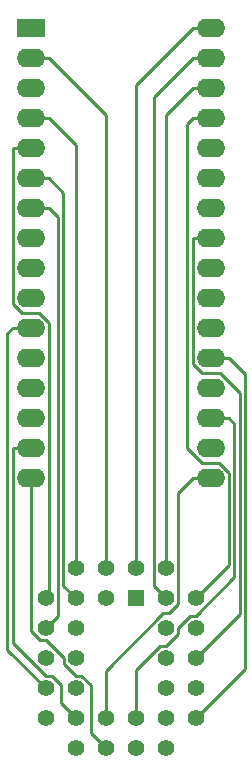
<source format=gbr>
%TF.GenerationSoftware,KiCad,Pcbnew,(6.0.9)*%
%TF.CreationDate,2023-07-20T16:52:18+02:00*%
%TF.ProjectId,plcc32-adapter-board,706c6363-3332-42d6-9164-61707465722d,rev?*%
%TF.SameCoordinates,Original*%
%TF.FileFunction,Copper,L1,Top*%
%TF.FilePolarity,Positive*%
%FSLAX46Y46*%
G04 Gerber Fmt 4.6, Leading zero omitted, Abs format (unit mm)*
G04 Created by KiCad (PCBNEW (6.0.9)) date 2023-07-20 16:52:18*
%MOMM*%
%LPD*%
G01*
G04 APERTURE LIST*
%TA.AperFunction,ComponentPad*%
%ADD10R,1.422400X1.422400*%
%TD*%
%TA.AperFunction,ComponentPad*%
%ADD11C,1.422400*%
%TD*%
%TA.AperFunction,ComponentPad*%
%ADD12R,2.400000X1.600000*%
%TD*%
%TA.AperFunction,ComponentPad*%
%ADD13O,2.400000X1.600000*%
%TD*%
%TA.AperFunction,Conductor*%
%ADD14C,0.250000*%
%TD*%
G04 APERTURE END LIST*
D10*
%TO.P,J2,1,Pin_1*%
%TO.N,P1*%
X34295000Y-68580000D03*
D11*
%TO.P,J2,2,Pin_2*%
%TO.N,P2*%
X31755000Y-66040000D03*
%TO.P,J2,3,Pin_3*%
%TO.N,P3*%
X31755000Y-68580000D03*
%TO.P,J2,4,Pin_4*%
%TO.N,P4*%
X29215000Y-66040000D03*
%TO.P,J2,5,Pin_5*%
%TO.N,P5*%
X26675000Y-68580000D03*
%TO.P,J2,6,Pin_6*%
%TO.N,P6*%
X29215000Y-68580000D03*
%TO.P,J2,7,Pin_7*%
%TO.N,P7*%
X26675000Y-71120000D03*
%TO.P,J2,8,Pin_8*%
%TO.N,P8*%
X29215000Y-71120000D03*
%TO.P,J2,9,Pin_9*%
%TO.N,P9*%
X26675000Y-73660000D03*
%TO.P,J2,10,Pin_10*%
%TO.N,P10*%
X29215000Y-73660000D03*
%TO.P,J2,11,Pin_11*%
%TO.N,P11*%
X26675000Y-76200000D03*
%TO.P,J2,12,Pin_12*%
%TO.N,P12*%
X29215000Y-76200000D03*
%TO.P,J2,13,Pin_13*%
%TO.N,P13*%
X26675000Y-78740000D03*
%TO.P,J2,14,Pin_14*%
%TO.N,P14*%
X29215000Y-81280000D03*
%TO.P,J2,15,Pin_15*%
%TO.N,P15*%
X29215000Y-78740000D03*
%TO.P,J2,16,Pin_16*%
%TO.N,P16*%
X31755000Y-81280000D03*
%TO.P,J2,17,Pin_17*%
%TO.N,P17*%
X31755000Y-78740000D03*
%TO.P,J2,18,Pin_18*%
%TO.N,P18*%
X34295000Y-81280000D03*
%TO.P,J2,19,Pin_19*%
%TO.N,P19*%
X34295000Y-78740000D03*
%TO.P,J2,20,Pin_20*%
%TO.N,P20*%
X36835000Y-81280000D03*
%TO.P,J2,21,Pin_21*%
%TO.N,P21*%
X39375000Y-78740000D03*
%TO.P,J2,22,Pin_22*%
%TO.N,P22*%
X36835000Y-78740000D03*
%TO.P,J2,23,Pin_23*%
%TO.N,P23*%
X39375000Y-76200000D03*
%TO.P,J2,24,Pin_24*%
%TO.N,P24*%
X36835000Y-76200000D03*
%TO.P,J2,25,Pin_25*%
%TO.N,P25*%
X39375000Y-73660000D03*
%TO.P,J2,26,Pin_26*%
%TO.N,P26*%
X36835000Y-73660000D03*
%TO.P,J2,27,Pin_27*%
%TO.N,P27*%
X39375000Y-71120000D03*
%TO.P,J2,28,Pin_28*%
%TO.N,P28*%
X36835000Y-71120000D03*
%TO.P,J2,29,Pin_29*%
%TO.N,P29*%
X39375000Y-68580000D03*
%TO.P,J2,30,Pin_30*%
%TO.N,P30*%
X36835000Y-66040000D03*
%TO.P,J2,31,Pin_31*%
%TO.N,P31*%
X36835000Y-68580000D03*
%TO.P,J2,32,Pin_32*%
%TO.N,P32*%
X34295000Y-66040000D03*
%TD*%
D12*
%TO.P,J1,1,Pin_1*%
%TO.N,P1*%
X25400000Y-20320000D03*
D13*
%TO.P,J1,2,Pin_2*%
%TO.N,P2*%
X25400000Y-22860000D03*
%TO.P,J1,3,Pin_3*%
%TO.N,P3*%
X25400000Y-25400000D03*
%TO.P,J1,4,Pin_4*%
%TO.N,P4*%
X25400000Y-27940000D03*
%TO.P,J1,5,Pin_5*%
%TO.N,P5*%
X25400000Y-30480000D03*
%TO.P,J1,6,Pin_6*%
%TO.N,P6*%
X25400000Y-33020000D03*
%TO.P,J1,7,Pin_7*%
%TO.N,P7*%
X25400000Y-35560000D03*
%TO.P,J1,8,Pin_8*%
%TO.N,P8*%
X25400000Y-38100000D03*
%TO.P,J1,9,Pin_9*%
%TO.N,P9*%
X25400000Y-40640000D03*
%TO.P,J1,10,Pin_10*%
%TO.N,P10*%
X25400000Y-43180000D03*
%TO.P,J1,11,Pin_11*%
%TO.N,P11*%
X25400000Y-45720000D03*
%TO.P,J1,12,Pin_12*%
%TO.N,P12*%
X25400000Y-48260000D03*
%TO.P,J1,13,Pin_13*%
%TO.N,P13*%
X25400000Y-50800000D03*
%TO.P,J1,14,Pin_14*%
%TO.N,P14*%
X25400000Y-53340000D03*
%TO.P,J1,15,Pin_15*%
%TO.N,P15*%
X25400000Y-55880000D03*
%TO.P,J1,16,Pin_16*%
%TO.N,P16*%
X25400000Y-58420000D03*
%TO.P,J1,17,Pin_17*%
%TO.N,P17*%
X40640000Y-58420000D03*
%TO.P,J1,18,Pin_18*%
%TO.N,P18*%
X40640000Y-55880000D03*
%TO.P,J1,19,Pin_19*%
%TO.N,P19*%
X40640000Y-53340000D03*
%TO.P,J1,20,Pin_20*%
%TO.N,P20*%
X40640000Y-50800000D03*
%TO.P,J1,21,Pin_21*%
%TO.N,P21*%
X40640000Y-48260000D03*
%TO.P,J1,22,Pin_22*%
%TO.N,P22*%
X40640000Y-45720000D03*
%TO.P,J1,23,Pin_23*%
%TO.N,P23*%
X40640000Y-43180000D03*
%TO.P,J1,24,Pin_24*%
%TO.N,P24*%
X40640000Y-40640000D03*
%TO.P,J1,25,Pin_25*%
%TO.N,P25*%
X40640000Y-38100000D03*
%TO.P,J1,26,Pin_26*%
%TO.N,P26*%
X40640000Y-35560000D03*
%TO.P,J1,27,Pin_27*%
%TO.N,P27*%
X40640000Y-33020000D03*
%TO.P,J1,28,Pin_28*%
%TO.N,P28*%
X40640000Y-30480000D03*
%TO.P,J1,29,Pin_29*%
%TO.N,P29*%
X40640000Y-27940000D03*
%TO.P,J1,30,Pin_30*%
%TO.N,P30*%
X40640000Y-25400000D03*
%TO.P,J1,31,Pin_31*%
%TO.N,P31*%
X40640000Y-22860000D03*
%TO.P,J1,32,Pin_32*%
%TO.N,P32*%
X40640000Y-20320000D03*
%TD*%
D14*
%TO.N,P32*%
X40640000Y-20320000D02*
X39114700Y-20320000D01*
X34295000Y-25139700D02*
X34295000Y-66040000D01*
X39114700Y-20320000D02*
X34295000Y-25139700D01*
%TO.N,P31*%
X35793200Y-67538200D02*
X36835000Y-68580000D01*
X35793200Y-26181500D02*
X35793200Y-67538200D01*
X39114700Y-22860000D02*
X35793200Y-26181500D01*
X40640000Y-22860000D02*
X39114700Y-22860000D01*
%TO.N,P30*%
X36835000Y-27679700D02*
X36835000Y-66040000D01*
X39114700Y-25400000D02*
X36835000Y-27679700D01*
X40640000Y-25400000D02*
X39114700Y-25400000D01*
%TO.N,P29*%
X42170400Y-65784600D02*
X39375000Y-68580000D01*
X42170400Y-57949500D02*
X42170400Y-65784600D01*
X41370900Y-57150000D02*
X42170400Y-57949500D01*
X39911100Y-57150000D02*
X41370900Y-57150000D01*
X38639400Y-55878300D02*
X39911100Y-57150000D01*
X38639400Y-28415300D02*
X38639400Y-55878300D01*
X39114700Y-27940000D02*
X38639400Y-28415300D01*
X40640000Y-27940000D02*
X39114700Y-27940000D01*
%TO.N,P25*%
X43075000Y-69960000D02*
X39375000Y-73660000D01*
X43075000Y-51223000D02*
X43075000Y-69960000D01*
X41382000Y-49530000D02*
X43075000Y-51223000D01*
X39886300Y-49530000D02*
X41382000Y-49530000D01*
X39114700Y-48758400D02*
X39886300Y-49530000D01*
X39114700Y-38100000D02*
X39114700Y-48758400D01*
X40640000Y-38100000D02*
X39114700Y-38100000D01*
%TO.N,P21*%
X40640000Y-48260000D02*
X42165300Y-48260000D01*
X43536600Y-49631300D02*
X42165300Y-48260000D01*
X43536600Y-74578400D02*
X43536600Y-49631300D01*
X39375000Y-78740000D02*
X43536600Y-74578400D01*
%TO.N,P19*%
X34295000Y-74679800D02*
X34295000Y-78740000D01*
X36351400Y-72623400D02*
X34295000Y-74679800D01*
X36852100Y-72623400D02*
X36351400Y-72623400D01*
X37871600Y-71603900D02*
X36852100Y-72623400D01*
X37871600Y-71093300D02*
X37871600Y-71603900D01*
X38881500Y-70083400D02*
X37871600Y-71093300D01*
X39347500Y-70083400D02*
X38881500Y-70083400D01*
X42624600Y-66806300D02*
X39347500Y-70083400D01*
X42624600Y-53799300D02*
X42624600Y-66806300D01*
X42165300Y-53340000D02*
X42624600Y-53799300D01*
X40640000Y-53340000D02*
X42165300Y-53340000D01*
%TO.N,P17*%
X31755000Y-74719100D02*
X31755000Y-78740000D01*
X36624100Y-69850000D02*
X31755000Y-74719100D01*
X37085500Y-69850000D02*
X36624100Y-69850000D01*
X37871600Y-69063900D02*
X37085500Y-69850000D01*
X37871600Y-59663100D02*
X37871600Y-69063900D01*
X39114700Y-58420000D02*
X37871600Y-59663100D01*
X40640000Y-58420000D02*
X39114700Y-58420000D01*
%TO.N,P16*%
X25400000Y-71340200D02*
X25400000Y-58420000D01*
X26216400Y-72156600D02*
X25400000Y-71340200D01*
X26680200Y-72156600D02*
X26216400Y-72156600D01*
X28178500Y-73654900D02*
X26680200Y-72156600D01*
X28178500Y-74143900D02*
X28178500Y-73654900D01*
X29198000Y-75163400D02*
X28178500Y-74143900D01*
X29680700Y-75163400D02*
X29198000Y-75163400D01*
X30485000Y-75967700D02*
X29680700Y-75163400D01*
X30485000Y-80010000D02*
X30485000Y-75967700D01*
X31755000Y-81280000D02*
X30485000Y-80010000D01*
%TO.N,P15*%
X25400000Y-55880000D02*
X23874700Y-55880000D01*
X23874700Y-72335500D02*
X23874700Y-55880000D01*
X26702600Y-75163400D02*
X23874700Y-72335500D01*
X27168600Y-75163400D02*
X26702600Y-75163400D01*
X27945000Y-75939800D02*
X27168600Y-75163400D01*
X27945000Y-77470000D02*
X27945000Y-75939800D01*
X29215000Y-78740000D02*
X27945000Y-77470000D01*
%TO.N,P11*%
X23424300Y-72949300D02*
X26675000Y-76200000D01*
X23424300Y-46170400D02*
X23424300Y-72949300D01*
X23874700Y-45720000D02*
X23424300Y-46170400D01*
X25400000Y-45720000D02*
X23874700Y-45720000D01*
%TO.N,P7*%
X27711600Y-70083400D02*
X26675000Y-71120000D01*
X27711600Y-36346300D02*
X27711600Y-70083400D01*
X26925300Y-35560000D02*
X27711600Y-36346300D01*
X25400000Y-35560000D02*
X26925300Y-35560000D01*
%TO.N,P6*%
X28162100Y-67527100D02*
X29215000Y-68580000D01*
X28162100Y-34256800D02*
X28162100Y-67527100D01*
X26925300Y-33020000D02*
X28162100Y-34256800D01*
X25400000Y-33020000D02*
X26925300Y-33020000D01*
%TO.N,P5*%
X25400000Y-30480000D02*
X23874700Y-30480000D01*
X23874700Y-43648700D02*
X23874700Y-30480000D01*
X24676000Y-44450000D02*
X23874700Y-43648700D01*
X26129000Y-44450000D02*
X24676000Y-44450000D01*
X26925300Y-45246300D02*
X26129000Y-44450000D01*
X26925300Y-68329700D02*
X26925300Y-45246300D01*
X26675000Y-68580000D02*
X26925300Y-68329700D01*
%TO.N,P4*%
X25400000Y-27940000D02*
X26925300Y-27940000D01*
X29215000Y-30229700D02*
X29215000Y-66040000D01*
X26925300Y-27940000D02*
X29215000Y-30229700D01*
%TO.N,P2*%
X31755000Y-27689700D02*
X31755000Y-66040000D01*
X26925300Y-22860000D02*
X31755000Y-27689700D01*
X25400000Y-22860000D02*
X26925300Y-22860000D01*
%TD*%
M02*

</source>
